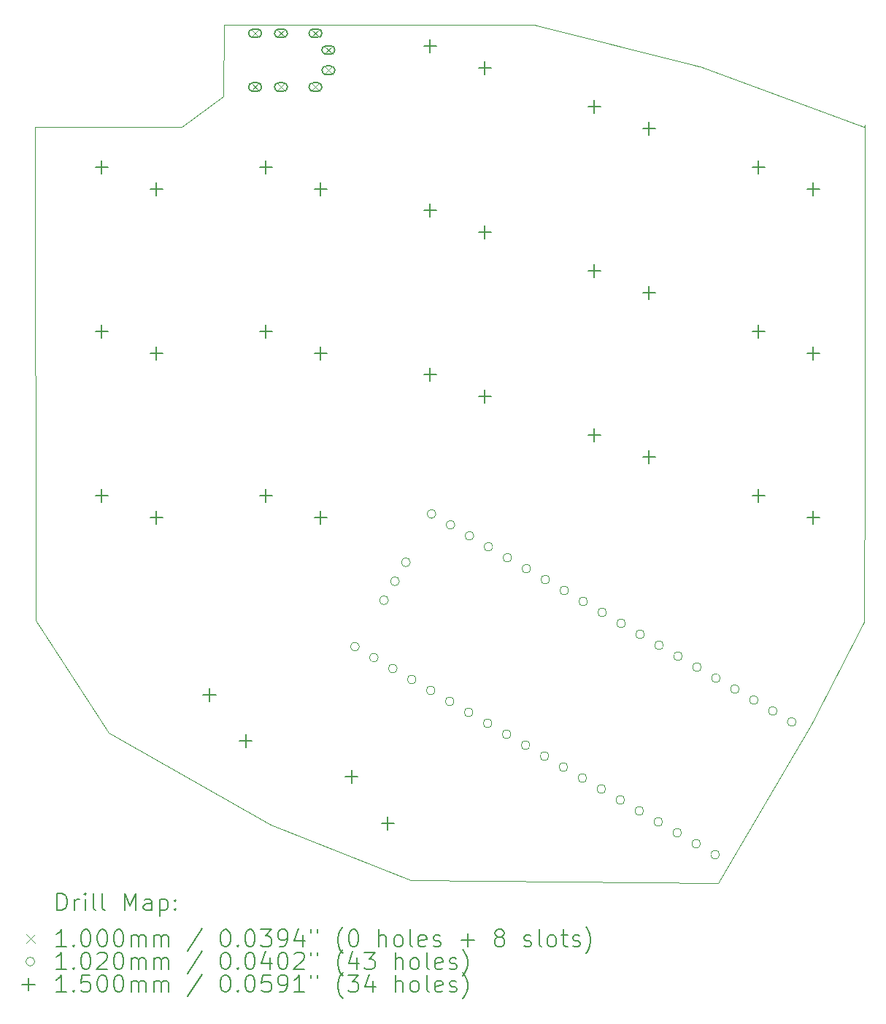
<source format=gbr>
%TF.GenerationSoftware,KiCad,Pcbnew,7.0.8-7.0.8~ubuntu22.04.1*%
%TF.CreationDate,2023-10-30T21:17:13+03:00*%
%TF.ProjectId,Keeb,4b656562-2e6b-4696-9361-645f70636258,rev?*%
%TF.SameCoordinates,Original*%
%TF.FileFunction,Drillmap*%
%TF.FilePolarity,Positive*%
%FSLAX45Y45*%
G04 Gerber Fmt 4.5, Leading zero omitted, Abs format (unit mm)*
G04 Created by KiCad (PCBNEW 7.0.8-7.0.8~ubuntu22.04.1) date 2023-10-30 21:17:13*
%MOMM*%
%LPD*%
G01*
G04 APERTURE LIST*
%ADD10C,0.050000*%
%ADD11C,0.200000*%
%ADD12C,0.100000*%
%ADD13C,0.102000*%
%ADD14C,0.150000*%
G04 APERTURE END LIST*
D10*
X17893000Y-3886000D02*
X17900000Y-3886000D01*
X19800000Y-4582000D01*
X19807000Y-4563000D01*
X19810000Y-8436000D01*
X19805000Y-10328000D01*
X19190000Y-11509294D01*
X18113000Y-13360000D01*
X14544000Y-13327000D01*
X12922000Y-12678000D01*
X11043000Y-11612000D01*
X10190000Y-10309294D01*
X10183000Y-4587294D01*
X11883000Y-4587294D01*
X12365000Y-4229294D01*
X12381000Y-3398000D01*
X14076000Y-3396294D01*
X15976000Y-3396294D01*
X17893000Y-3886000D01*
D11*
D12*
X12687500Y-4071794D02*
X12787500Y-4171794D01*
X12787500Y-4071794D02*
X12687500Y-4171794D01*
D11*
X12712500Y-4171794D02*
X12762500Y-4171794D01*
X12762500Y-4171794D02*
G75*
G03*
X12762500Y-4071794I0J50000D01*
G01*
X12762500Y-4071794D02*
X12712500Y-4071794D01*
X12712500Y-4071794D02*
G75*
G03*
X12712500Y-4171794I0J-50000D01*
G01*
D12*
X12688000Y-3448000D02*
X12788000Y-3548000D01*
X12788000Y-3448000D02*
X12688000Y-3548000D01*
D11*
X12713000Y-3548000D02*
X12763000Y-3548000D01*
X12763000Y-3548000D02*
G75*
G03*
X12763000Y-3448000I0J50000D01*
G01*
X12763000Y-3448000D02*
X12713000Y-3448000D01*
X12713000Y-3448000D02*
G75*
G03*
X12713000Y-3548000I0J-50000D01*
G01*
D12*
X12987500Y-4071794D02*
X13087500Y-4171794D01*
X13087500Y-4071794D02*
X12987500Y-4171794D01*
D11*
X13012500Y-4171794D02*
X13062500Y-4171794D01*
X13062500Y-4171794D02*
G75*
G03*
X13062500Y-4071794I0J50000D01*
G01*
X13062500Y-4071794D02*
X13012500Y-4071794D01*
X13012500Y-4071794D02*
G75*
G03*
X13012500Y-4171794I0J-50000D01*
G01*
D12*
X12988000Y-3448000D02*
X13088000Y-3548000D01*
X13088000Y-3448000D02*
X12988000Y-3548000D01*
D11*
X13013000Y-3548000D02*
X13063000Y-3548000D01*
X13063000Y-3548000D02*
G75*
G03*
X13063000Y-3448000I0J50000D01*
G01*
X13063000Y-3448000D02*
X13013000Y-3448000D01*
X13013000Y-3448000D02*
G75*
G03*
X13013000Y-3548000I0J-50000D01*
G01*
D12*
X13387500Y-4071794D02*
X13487500Y-4171794D01*
X13487500Y-4071794D02*
X13387500Y-4171794D01*
D11*
X13412500Y-4171794D02*
X13462500Y-4171794D01*
X13462500Y-4171794D02*
G75*
G03*
X13462500Y-4071794I0J50000D01*
G01*
X13462500Y-4071794D02*
X13412500Y-4071794D01*
X13412500Y-4071794D02*
G75*
G03*
X13412500Y-4171794I0J-50000D01*
G01*
D12*
X13388000Y-3448000D02*
X13488000Y-3548000D01*
X13488000Y-3448000D02*
X13388000Y-3548000D01*
D11*
X13413000Y-3548000D02*
X13463000Y-3548000D01*
X13463000Y-3548000D02*
G75*
G03*
X13463000Y-3448000I0J50000D01*
G01*
X13463000Y-3448000D02*
X13413000Y-3448000D01*
X13413000Y-3448000D02*
G75*
G03*
X13413000Y-3548000I0J-50000D01*
G01*
D12*
X13537500Y-3641794D02*
X13637500Y-3741794D01*
X13637500Y-3641794D02*
X13537500Y-3741794D01*
D11*
X13562500Y-3741794D02*
X13612500Y-3741794D01*
X13612500Y-3741794D02*
G75*
G03*
X13612500Y-3641794I0J50000D01*
G01*
X13612500Y-3641794D02*
X13562500Y-3641794D01*
X13562500Y-3641794D02*
G75*
G03*
X13562500Y-3741794I0J-50000D01*
G01*
D12*
X13538000Y-3878000D02*
X13638000Y-3978000D01*
X13638000Y-3878000D02*
X13538000Y-3978000D01*
D11*
X13563000Y-3978000D02*
X13613000Y-3978000D01*
X13613000Y-3978000D02*
G75*
G03*
X13613000Y-3878000I0J50000D01*
G01*
X13613000Y-3878000D02*
X13563000Y-3878000D01*
X13563000Y-3878000D02*
G75*
G03*
X13563000Y-3978000I0J-50000D01*
G01*
D13*
X13945781Y-10613397D02*
G75*
G03*
X13945781Y-10613397I-51000J0D01*
G01*
X14165751Y-10740397D02*
G75*
G03*
X14165751Y-10740397I-51000J0D01*
G01*
X14283199Y-10074971D02*
G75*
G03*
X14283199Y-10074971I-51000J0D01*
G01*
X14385722Y-10867397D02*
G75*
G03*
X14385722Y-10867397I-51000J0D01*
G01*
X14410199Y-9855000D02*
G75*
G03*
X14410199Y-9855000I-51000J0D01*
G01*
X14537199Y-9635030D02*
G75*
G03*
X14537199Y-9635030I-51000J0D01*
G01*
X14605692Y-10994397D02*
G75*
G03*
X14605692Y-10994397I-51000J0D01*
G01*
X14825662Y-11121397D02*
G75*
G03*
X14825662Y-11121397I-51000J0D01*
G01*
X14834781Y-9073603D02*
G75*
G03*
X14834781Y-9073603I-51000J0D01*
G01*
X15045633Y-11248397D02*
G75*
G03*
X15045633Y-11248397I-51000J0D01*
G01*
X15054751Y-9200603D02*
G75*
G03*
X15054751Y-9200603I-51000J0D01*
G01*
X15265603Y-11375397D02*
G75*
G03*
X15265603Y-11375397I-51000J0D01*
G01*
X15274722Y-9327603D02*
G75*
G03*
X15274722Y-9327603I-51000J0D01*
G01*
X15485574Y-11502397D02*
G75*
G03*
X15485574Y-11502397I-51000J0D01*
G01*
X15494692Y-9454603D02*
G75*
G03*
X15494692Y-9454603I-51000J0D01*
G01*
X15705544Y-11629397D02*
G75*
G03*
X15705544Y-11629397I-51000J0D01*
G01*
X15714662Y-9581603D02*
G75*
G03*
X15714662Y-9581603I-51000J0D01*
G01*
X15925515Y-11756397D02*
G75*
G03*
X15925515Y-11756397I-51000J0D01*
G01*
X15934633Y-9708603D02*
G75*
G03*
X15934633Y-9708603I-51000J0D01*
G01*
X16145485Y-11883397D02*
G75*
G03*
X16145485Y-11883397I-51000J0D01*
G01*
X16154603Y-9835603D02*
G75*
G03*
X16154603Y-9835603I-51000J0D01*
G01*
X16365456Y-12010397D02*
G75*
G03*
X16365456Y-12010397I-51000J0D01*
G01*
X16374574Y-9962603D02*
G75*
G03*
X16374574Y-9962603I-51000J0D01*
G01*
X16585426Y-12137397D02*
G75*
G03*
X16585426Y-12137397I-51000J0D01*
G01*
X16594544Y-10089603D02*
G75*
G03*
X16594544Y-10089603I-51000J0D01*
G01*
X16805397Y-12264397D02*
G75*
G03*
X16805397Y-12264397I-51000J0D01*
G01*
X16814515Y-10216603D02*
G75*
G03*
X16814515Y-10216603I-51000J0D01*
G01*
X17025367Y-12391397D02*
G75*
G03*
X17025367Y-12391397I-51000J0D01*
G01*
X17034485Y-10343603D02*
G75*
G03*
X17034485Y-10343603I-51000J0D01*
G01*
X17245338Y-12518397D02*
G75*
G03*
X17245338Y-12518397I-51000J0D01*
G01*
X17254456Y-10470603D02*
G75*
G03*
X17254456Y-10470603I-51000J0D01*
G01*
X17465308Y-12645397D02*
G75*
G03*
X17465308Y-12645397I-51000J0D01*
G01*
X17474426Y-10597603D02*
G75*
G03*
X17474426Y-10597603I-51000J0D01*
G01*
X17685278Y-12772397D02*
G75*
G03*
X17685278Y-12772397I-51000J0D01*
G01*
X17694397Y-10724603D02*
G75*
G03*
X17694397Y-10724603I-51000J0D01*
G01*
X17905249Y-12899397D02*
G75*
G03*
X17905249Y-12899397I-51000J0D01*
G01*
X17914367Y-10851603D02*
G75*
G03*
X17914367Y-10851603I-51000J0D01*
G01*
X18125219Y-13026397D02*
G75*
G03*
X18125219Y-13026397I-51000J0D01*
G01*
X18134338Y-10978603D02*
G75*
G03*
X18134338Y-10978603I-51000J0D01*
G01*
X18354308Y-11105603D02*
G75*
G03*
X18354308Y-11105603I-51000J0D01*
G01*
X18574278Y-11232603D02*
G75*
G03*
X18574278Y-11232603I-51000J0D01*
G01*
X18794249Y-11359603D02*
G75*
G03*
X18794249Y-11359603I-51000J0D01*
G01*
X19014219Y-11486603D02*
G75*
G03*
X19014219Y-11486603I-51000J0D01*
G01*
D14*
X10958500Y-4978794D02*
X10958500Y-5128794D01*
X10883500Y-5053794D02*
X11033500Y-5053794D01*
X10958500Y-6883794D02*
X10958500Y-7033794D01*
X10883500Y-6958794D02*
X11033500Y-6958794D01*
X10958500Y-8788794D02*
X10958500Y-8938794D01*
X10883500Y-8863794D02*
X11033500Y-8863794D01*
X11593500Y-5232794D02*
X11593500Y-5382794D01*
X11518500Y-5307794D02*
X11668500Y-5307794D01*
X11593500Y-7137794D02*
X11593500Y-7287794D01*
X11518500Y-7212794D02*
X11668500Y-7212794D01*
X11593500Y-9042794D02*
X11593500Y-9192794D01*
X11518500Y-9117794D02*
X11668500Y-9117794D01*
X12205487Y-11096310D02*
X12205487Y-11246310D01*
X12130487Y-11171310D02*
X12280487Y-11171310D01*
X12628413Y-11633781D02*
X12628413Y-11783781D01*
X12553413Y-11708781D02*
X12703413Y-11708781D01*
X12863500Y-4978794D02*
X12863500Y-5128794D01*
X12788500Y-5053794D02*
X12938500Y-5053794D01*
X12863500Y-6883794D02*
X12863500Y-7033794D01*
X12788500Y-6958794D02*
X12938500Y-6958794D01*
X12863500Y-8788794D02*
X12863500Y-8938794D01*
X12788500Y-8863794D02*
X12938500Y-8863794D01*
X13498500Y-5232794D02*
X13498500Y-5382794D01*
X13423500Y-5307794D02*
X13573500Y-5307794D01*
X13498500Y-7137794D02*
X13498500Y-7287794D01*
X13423500Y-7212794D02*
X13573500Y-7212794D01*
X13498500Y-9042794D02*
X13498500Y-9192794D01*
X13423500Y-9117794D02*
X13573500Y-9117794D01*
X13855265Y-12048810D02*
X13855265Y-12198810D01*
X13780265Y-12123810D02*
X13930265Y-12123810D01*
X14278191Y-12586281D02*
X14278191Y-12736281D01*
X14203191Y-12661281D02*
X14353191Y-12661281D01*
X14768500Y-3568794D02*
X14768500Y-3718794D01*
X14693500Y-3643794D02*
X14843500Y-3643794D01*
X14768500Y-5473794D02*
X14768500Y-5623794D01*
X14693500Y-5548794D02*
X14843500Y-5548794D01*
X14768500Y-7378794D02*
X14768500Y-7528794D01*
X14693500Y-7453794D02*
X14843500Y-7453794D01*
X15403500Y-3822794D02*
X15403500Y-3972794D01*
X15328500Y-3897794D02*
X15478500Y-3897794D01*
X15403500Y-5727794D02*
X15403500Y-5877794D01*
X15328500Y-5802794D02*
X15478500Y-5802794D01*
X15403500Y-7632794D02*
X15403500Y-7782794D01*
X15328500Y-7707794D02*
X15478500Y-7707794D01*
X16673500Y-4273794D02*
X16673500Y-4423794D01*
X16598500Y-4348794D02*
X16748500Y-4348794D01*
X16673500Y-6178794D02*
X16673500Y-6328794D01*
X16598500Y-6253794D02*
X16748500Y-6253794D01*
X16673500Y-8083794D02*
X16673500Y-8233794D01*
X16598500Y-8158794D02*
X16748500Y-8158794D01*
X17308500Y-4527794D02*
X17308500Y-4677794D01*
X17233500Y-4602794D02*
X17383500Y-4602794D01*
X17308500Y-6432794D02*
X17308500Y-6582794D01*
X17233500Y-6507794D02*
X17383500Y-6507794D01*
X17308500Y-8337794D02*
X17308500Y-8487794D01*
X17233500Y-8412794D02*
X17383500Y-8412794D01*
X18578500Y-4978794D02*
X18578500Y-5128794D01*
X18503500Y-5053794D02*
X18653500Y-5053794D01*
X18578500Y-6883794D02*
X18578500Y-7033794D01*
X18503500Y-6958794D02*
X18653500Y-6958794D01*
X18578500Y-8788794D02*
X18578500Y-8938794D01*
X18503500Y-8863794D02*
X18653500Y-8863794D01*
X19213500Y-5232794D02*
X19213500Y-5382794D01*
X19138500Y-5307794D02*
X19288500Y-5307794D01*
X19213500Y-7137794D02*
X19213500Y-7287794D01*
X19138500Y-7212794D02*
X19288500Y-7212794D01*
X19213500Y-9042794D02*
X19213500Y-9192794D01*
X19138500Y-9117794D02*
X19288500Y-9117794D01*
D11*
X10441277Y-13673984D02*
X10441277Y-13473984D01*
X10441277Y-13473984D02*
X10488896Y-13473984D01*
X10488896Y-13473984D02*
X10517467Y-13483508D01*
X10517467Y-13483508D02*
X10536515Y-13502555D01*
X10536515Y-13502555D02*
X10546039Y-13521603D01*
X10546039Y-13521603D02*
X10555563Y-13559698D01*
X10555563Y-13559698D02*
X10555563Y-13588269D01*
X10555563Y-13588269D02*
X10546039Y-13626365D01*
X10546039Y-13626365D02*
X10536515Y-13645412D01*
X10536515Y-13645412D02*
X10517467Y-13664460D01*
X10517467Y-13664460D02*
X10488896Y-13673984D01*
X10488896Y-13673984D02*
X10441277Y-13673984D01*
X10641277Y-13673984D02*
X10641277Y-13540650D01*
X10641277Y-13578746D02*
X10650801Y-13559698D01*
X10650801Y-13559698D02*
X10660324Y-13550174D01*
X10660324Y-13550174D02*
X10679372Y-13540650D01*
X10679372Y-13540650D02*
X10698420Y-13540650D01*
X10765086Y-13673984D02*
X10765086Y-13540650D01*
X10765086Y-13473984D02*
X10755563Y-13483508D01*
X10755563Y-13483508D02*
X10765086Y-13493031D01*
X10765086Y-13493031D02*
X10774610Y-13483508D01*
X10774610Y-13483508D02*
X10765086Y-13473984D01*
X10765086Y-13473984D02*
X10765086Y-13493031D01*
X10888896Y-13673984D02*
X10869848Y-13664460D01*
X10869848Y-13664460D02*
X10860324Y-13645412D01*
X10860324Y-13645412D02*
X10860324Y-13473984D01*
X10993658Y-13673984D02*
X10974610Y-13664460D01*
X10974610Y-13664460D02*
X10965086Y-13645412D01*
X10965086Y-13645412D02*
X10965086Y-13473984D01*
X11222229Y-13673984D02*
X11222229Y-13473984D01*
X11222229Y-13473984D02*
X11288896Y-13616841D01*
X11288896Y-13616841D02*
X11355562Y-13473984D01*
X11355562Y-13473984D02*
X11355562Y-13673984D01*
X11536515Y-13673984D02*
X11536515Y-13569222D01*
X11536515Y-13569222D02*
X11526991Y-13550174D01*
X11526991Y-13550174D02*
X11507943Y-13540650D01*
X11507943Y-13540650D02*
X11469848Y-13540650D01*
X11469848Y-13540650D02*
X11450801Y-13550174D01*
X11536515Y-13664460D02*
X11517467Y-13673984D01*
X11517467Y-13673984D02*
X11469848Y-13673984D01*
X11469848Y-13673984D02*
X11450801Y-13664460D01*
X11450801Y-13664460D02*
X11441277Y-13645412D01*
X11441277Y-13645412D02*
X11441277Y-13626365D01*
X11441277Y-13626365D02*
X11450801Y-13607317D01*
X11450801Y-13607317D02*
X11469848Y-13597793D01*
X11469848Y-13597793D02*
X11517467Y-13597793D01*
X11517467Y-13597793D02*
X11536515Y-13588269D01*
X11631753Y-13540650D02*
X11631753Y-13740650D01*
X11631753Y-13550174D02*
X11650801Y-13540650D01*
X11650801Y-13540650D02*
X11688896Y-13540650D01*
X11688896Y-13540650D02*
X11707943Y-13550174D01*
X11707943Y-13550174D02*
X11717467Y-13559698D01*
X11717467Y-13559698D02*
X11726991Y-13578746D01*
X11726991Y-13578746D02*
X11726991Y-13635888D01*
X11726991Y-13635888D02*
X11717467Y-13654936D01*
X11717467Y-13654936D02*
X11707943Y-13664460D01*
X11707943Y-13664460D02*
X11688896Y-13673984D01*
X11688896Y-13673984D02*
X11650801Y-13673984D01*
X11650801Y-13673984D02*
X11631753Y-13664460D01*
X11812705Y-13654936D02*
X11822229Y-13664460D01*
X11822229Y-13664460D02*
X11812705Y-13673984D01*
X11812705Y-13673984D02*
X11803182Y-13664460D01*
X11803182Y-13664460D02*
X11812705Y-13654936D01*
X11812705Y-13654936D02*
X11812705Y-13673984D01*
X11812705Y-13550174D02*
X11822229Y-13559698D01*
X11822229Y-13559698D02*
X11812705Y-13569222D01*
X11812705Y-13569222D02*
X11803182Y-13559698D01*
X11803182Y-13559698D02*
X11812705Y-13550174D01*
X11812705Y-13550174D02*
X11812705Y-13569222D01*
D12*
X10080500Y-13952500D02*
X10180500Y-14052500D01*
X10180500Y-13952500D02*
X10080500Y-14052500D01*
D11*
X10546039Y-14093984D02*
X10431753Y-14093984D01*
X10488896Y-14093984D02*
X10488896Y-13893984D01*
X10488896Y-13893984D02*
X10469848Y-13922555D01*
X10469848Y-13922555D02*
X10450801Y-13941603D01*
X10450801Y-13941603D02*
X10431753Y-13951127D01*
X10631753Y-14074936D02*
X10641277Y-14084460D01*
X10641277Y-14084460D02*
X10631753Y-14093984D01*
X10631753Y-14093984D02*
X10622229Y-14084460D01*
X10622229Y-14084460D02*
X10631753Y-14074936D01*
X10631753Y-14074936D02*
X10631753Y-14093984D01*
X10765086Y-13893984D02*
X10784134Y-13893984D01*
X10784134Y-13893984D02*
X10803182Y-13903508D01*
X10803182Y-13903508D02*
X10812705Y-13913031D01*
X10812705Y-13913031D02*
X10822229Y-13932079D01*
X10822229Y-13932079D02*
X10831753Y-13970174D01*
X10831753Y-13970174D02*
X10831753Y-14017793D01*
X10831753Y-14017793D02*
X10822229Y-14055888D01*
X10822229Y-14055888D02*
X10812705Y-14074936D01*
X10812705Y-14074936D02*
X10803182Y-14084460D01*
X10803182Y-14084460D02*
X10784134Y-14093984D01*
X10784134Y-14093984D02*
X10765086Y-14093984D01*
X10765086Y-14093984D02*
X10746039Y-14084460D01*
X10746039Y-14084460D02*
X10736515Y-14074936D01*
X10736515Y-14074936D02*
X10726991Y-14055888D01*
X10726991Y-14055888D02*
X10717467Y-14017793D01*
X10717467Y-14017793D02*
X10717467Y-13970174D01*
X10717467Y-13970174D02*
X10726991Y-13932079D01*
X10726991Y-13932079D02*
X10736515Y-13913031D01*
X10736515Y-13913031D02*
X10746039Y-13903508D01*
X10746039Y-13903508D02*
X10765086Y-13893984D01*
X10955563Y-13893984D02*
X10974610Y-13893984D01*
X10974610Y-13893984D02*
X10993658Y-13903508D01*
X10993658Y-13903508D02*
X11003182Y-13913031D01*
X11003182Y-13913031D02*
X11012705Y-13932079D01*
X11012705Y-13932079D02*
X11022229Y-13970174D01*
X11022229Y-13970174D02*
X11022229Y-14017793D01*
X11022229Y-14017793D02*
X11012705Y-14055888D01*
X11012705Y-14055888D02*
X11003182Y-14074936D01*
X11003182Y-14074936D02*
X10993658Y-14084460D01*
X10993658Y-14084460D02*
X10974610Y-14093984D01*
X10974610Y-14093984D02*
X10955563Y-14093984D01*
X10955563Y-14093984D02*
X10936515Y-14084460D01*
X10936515Y-14084460D02*
X10926991Y-14074936D01*
X10926991Y-14074936D02*
X10917467Y-14055888D01*
X10917467Y-14055888D02*
X10907944Y-14017793D01*
X10907944Y-14017793D02*
X10907944Y-13970174D01*
X10907944Y-13970174D02*
X10917467Y-13932079D01*
X10917467Y-13932079D02*
X10926991Y-13913031D01*
X10926991Y-13913031D02*
X10936515Y-13903508D01*
X10936515Y-13903508D02*
X10955563Y-13893984D01*
X11146039Y-13893984D02*
X11165086Y-13893984D01*
X11165086Y-13893984D02*
X11184134Y-13903508D01*
X11184134Y-13903508D02*
X11193658Y-13913031D01*
X11193658Y-13913031D02*
X11203182Y-13932079D01*
X11203182Y-13932079D02*
X11212705Y-13970174D01*
X11212705Y-13970174D02*
X11212705Y-14017793D01*
X11212705Y-14017793D02*
X11203182Y-14055888D01*
X11203182Y-14055888D02*
X11193658Y-14074936D01*
X11193658Y-14074936D02*
X11184134Y-14084460D01*
X11184134Y-14084460D02*
X11165086Y-14093984D01*
X11165086Y-14093984D02*
X11146039Y-14093984D01*
X11146039Y-14093984D02*
X11126991Y-14084460D01*
X11126991Y-14084460D02*
X11117467Y-14074936D01*
X11117467Y-14074936D02*
X11107944Y-14055888D01*
X11107944Y-14055888D02*
X11098420Y-14017793D01*
X11098420Y-14017793D02*
X11098420Y-13970174D01*
X11098420Y-13970174D02*
X11107944Y-13932079D01*
X11107944Y-13932079D02*
X11117467Y-13913031D01*
X11117467Y-13913031D02*
X11126991Y-13903508D01*
X11126991Y-13903508D02*
X11146039Y-13893984D01*
X11298420Y-14093984D02*
X11298420Y-13960650D01*
X11298420Y-13979698D02*
X11307943Y-13970174D01*
X11307943Y-13970174D02*
X11326991Y-13960650D01*
X11326991Y-13960650D02*
X11355563Y-13960650D01*
X11355563Y-13960650D02*
X11374610Y-13970174D01*
X11374610Y-13970174D02*
X11384134Y-13989222D01*
X11384134Y-13989222D02*
X11384134Y-14093984D01*
X11384134Y-13989222D02*
X11393658Y-13970174D01*
X11393658Y-13970174D02*
X11412705Y-13960650D01*
X11412705Y-13960650D02*
X11441277Y-13960650D01*
X11441277Y-13960650D02*
X11460324Y-13970174D01*
X11460324Y-13970174D02*
X11469848Y-13989222D01*
X11469848Y-13989222D02*
X11469848Y-14093984D01*
X11565086Y-14093984D02*
X11565086Y-13960650D01*
X11565086Y-13979698D02*
X11574610Y-13970174D01*
X11574610Y-13970174D02*
X11593658Y-13960650D01*
X11593658Y-13960650D02*
X11622229Y-13960650D01*
X11622229Y-13960650D02*
X11641277Y-13970174D01*
X11641277Y-13970174D02*
X11650801Y-13989222D01*
X11650801Y-13989222D02*
X11650801Y-14093984D01*
X11650801Y-13989222D02*
X11660324Y-13970174D01*
X11660324Y-13970174D02*
X11679372Y-13960650D01*
X11679372Y-13960650D02*
X11707943Y-13960650D01*
X11707943Y-13960650D02*
X11726991Y-13970174D01*
X11726991Y-13970174D02*
X11736515Y-13989222D01*
X11736515Y-13989222D02*
X11736515Y-14093984D01*
X12126991Y-13884460D02*
X11955563Y-14141603D01*
X12384134Y-13893984D02*
X12403182Y-13893984D01*
X12403182Y-13893984D02*
X12422229Y-13903508D01*
X12422229Y-13903508D02*
X12431753Y-13913031D01*
X12431753Y-13913031D02*
X12441277Y-13932079D01*
X12441277Y-13932079D02*
X12450801Y-13970174D01*
X12450801Y-13970174D02*
X12450801Y-14017793D01*
X12450801Y-14017793D02*
X12441277Y-14055888D01*
X12441277Y-14055888D02*
X12431753Y-14074936D01*
X12431753Y-14074936D02*
X12422229Y-14084460D01*
X12422229Y-14084460D02*
X12403182Y-14093984D01*
X12403182Y-14093984D02*
X12384134Y-14093984D01*
X12384134Y-14093984D02*
X12365086Y-14084460D01*
X12365086Y-14084460D02*
X12355563Y-14074936D01*
X12355563Y-14074936D02*
X12346039Y-14055888D01*
X12346039Y-14055888D02*
X12336515Y-14017793D01*
X12336515Y-14017793D02*
X12336515Y-13970174D01*
X12336515Y-13970174D02*
X12346039Y-13932079D01*
X12346039Y-13932079D02*
X12355563Y-13913031D01*
X12355563Y-13913031D02*
X12365086Y-13903508D01*
X12365086Y-13903508D02*
X12384134Y-13893984D01*
X12536515Y-14074936D02*
X12546039Y-14084460D01*
X12546039Y-14084460D02*
X12536515Y-14093984D01*
X12536515Y-14093984D02*
X12526991Y-14084460D01*
X12526991Y-14084460D02*
X12536515Y-14074936D01*
X12536515Y-14074936D02*
X12536515Y-14093984D01*
X12669848Y-13893984D02*
X12688896Y-13893984D01*
X12688896Y-13893984D02*
X12707944Y-13903508D01*
X12707944Y-13903508D02*
X12717467Y-13913031D01*
X12717467Y-13913031D02*
X12726991Y-13932079D01*
X12726991Y-13932079D02*
X12736515Y-13970174D01*
X12736515Y-13970174D02*
X12736515Y-14017793D01*
X12736515Y-14017793D02*
X12726991Y-14055888D01*
X12726991Y-14055888D02*
X12717467Y-14074936D01*
X12717467Y-14074936D02*
X12707944Y-14084460D01*
X12707944Y-14084460D02*
X12688896Y-14093984D01*
X12688896Y-14093984D02*
X12669848Y-14093984D01*
X12669848Y-14093984D02*
X12650801Y-14084460D01*
X12650801Y-14084460D02*
X12641277Y-14074936D01*
X12641277Y-14074936D02*
X12631753Y-14055888D01*
X12631753Y-14055888D02*
X12622229Y-14017793D01*
X12622229Y-14017793D02*
X12622229Y-13970174D01*
X12622229Y-13970174D02*
X12631753Y-13932079D01*
X12631753Y-13932079D02*
X12641277Y-13913031D01*
X12641277Y-13913031D02*
X12650801Y-13903508D01*
X12650801Y-13903508D02*
X12669848Y-13893984D01*
X12803182Y-13893984D02*
X12926991Y-13893984D01*
X12926991Y-13893984D02*
X12860325Y-13970174D01*
X12860325Y-13970174D02*
X12888896Y-13970174D01*
X12888896Y-13970174D02*
X12907944Y-13979698D01*
X12907944Y-13979698D02*
X12917467Y-13989222D01*
X12917467Y-13989222D02*
X12926991Y-14008269D01*
X12926991Y-14008269D02*
X12926991Y-14055888D01*
X12926991Y-14055888D02*
X12917467Y-14074936D01*
X12917467Y-14074936D02*
X12907944Y-14084460D01*
X12907944Y-14084460D02*
X12888896Y-14093984D01*
X12888896Y-14093984D02*
X12831753Y-14093984D01*
X12831753Y-14093984D02*
X12812706Y-14084460D01*
X12812706Y-14084460D02*
X12803182Y-14074936D01*
X13022229Y-14093984D02*
X13060325Y-14093984D01*
X13060325Y-14093984D02*
X13079372Y-14084460D01*
X13079372Y-14084460D02*
X13088896Y-14074936D01*
X13088896Y-14074936D02*
X13107944Y-14046365D01*
X13107944Y-14046365D02*
X13117467Y-14008269D01*
X13117467Y-14008269D02*
X13117467Y-13932079D01*
X13117467Y-13932079D02*
X13107944Y-13913031D01*
X13107944Y-13913031D02*
X13098420Y-13903508D01*
X13098420Y-13903508D02*
X13079372Y-13893984D01*
X13079372Y-13893984D02*
X13041277Y-13893984D01*
X13041277Y-13893984D02*
X13022229Y-13903508D01*
X13022229Y-13903508D02*
X13012706Y-13913031D01*
X13012706Y-13913031D02*
X13003182Y-13932079D01*
X13003182Y-13932079D02*
X13003182Y-13979698D01*
X13003182Y-13979698D02*
X13012706Y-13998746D01*
X13012706Y-13998746D02*
X13022229Y-14008269D01*
X13022229Y-14008269D02*
X13041277Y-14017793D01*
X13041277Y-14017793D02*
X13079372Y-14017793D01*
X13079372Y-14017793D02*
X13098420Y-14008269D01*
X13098420Y-14008269D02*
X13107944Y-13998746D01*
X13107944Y-13998746D02*
X13117467Y-13979698D01*
X13288896Y-13960650D02*
X13288896Y-14093984D01*
X13241277Y-13884460D02*
X13193658Y-14027317D01*
X13193658Y-14027317D02*
X13317467Y-14027317D01*
X13384134Y-13893984D02*
X13384134Y-13932079D01*
X13460325Y-13893984D02*
X13460325Y-13932079D01*
X13755563Y-14170174D02*
X13746039Y-14160650D01*
X13746039Y-14160650D02*
X13726991Y-14132079D01*
X13726991Y-14132079D02*
X13717468Y-14113031D01*
X13717468Y-14113031D02*
X13707944Y-14084460D01*
X13707944Y-14084460D02*
X13698420Y-14036841D01*
X13698420Y-14036841D02*
X13698420Y-13998746D01*
X13698420Y-13998746D02*
X13707944Y-13951127D01*
X13707944Y-13951127D02*
X13717468Y-13922555D01*
X13717468Y-13922555D02*
X13726991Y-13903508D01*
X13726991Y-13903508D02*
X13746039Y-13874936D01*
X13746039Y-13874936D02*
X13755563Y-13865412D01*
X13869848Y-13893984D02*
X13888896Y-13893984D01*
X13888896Y-13893984D02*
X13907944Y-13903508D01*
X13907944Y-13903508D02*
X13917468Y-13913031D01*
X13917468Y-13913031D02*
X13926991Y-13932079D01*
X13926991Y-13932079D02*
X13936515Y-13970174D01*
X13936515Y-13970174D02*
X13936515Y-14017793D01*
X13936515Y-14017793D02*
X13926991Y-14055888D01*
X13926991Y-14055888D02*
X13917468Y-14074936D01*
X13917468Y-14074936D02*
X13907944Y-14084460D01*
X13907944Y-14084460D02*
X13888896Y-14093984D01*
X13888896Y-14093984D02*
X13869848Y-14093984D01*
X13869848Y-14093984D02*
X13850801Y-14084460D01*
X13850801Y-14084460D02*
X13841277Y-14074936D01*
X13841277Y-14074936D02*
X13831753Y-14055888D01*
X13831753Y-14055888D02*
X13822229Y-14017793D01*
X13822229Y-14017793D02*
X13822229Y-13970174D01*
X13822229Y-13970174D02*
X13831753Y-13932079D01*
X13831753Y-13932079D02*
X13841277Y-13913031D01*
X13841277Y-13913031D02*
X13850801Y-13903508D01*
X13850801Y-13903508D02*
X13869848Y-13893984D01*
X14174610Y-14093984D02*
X14174610Y-13893984D01*
X14260325Y-14093984D02*
X14260325Y-13989222D01*
X14260325Y-13989222D02*
X14250801Y-13970174D01*
X14250801Y-13970174D02*
X14231753Y-13960650D01*
X14231753Y-13960650D02*
X14203182Y-13960650D01*
X14203182Y-13960650D02*
X14184134Y-13970174D01*
X14184134Y-13970174D02*
X14174610Y-13979698D01*
X14384134Y-14093984D02*
X14365087Y-14084460D01*
X14365087Y-14084460D02*
X14355563Y-14074936D01*
X14355563Y-14074936D02*
X14346039Y-14055888D01*
X14346039Y-14055888D02*
X14346039Y-13998746D01*
X14346039Y-13998746D02*
X14355563Y-13979698D01*
X14355563Y-13979698D02*
X14365087Y-13970174D01*
X14365087Y-13970174D02*
X14384134Y-13960650D01*
X14384134Y-13960650D02*
X14412706Y-13960650D01*
X14412706Y-13960650D02*
X14431753Y-13970174D01*
X14431753Y-13970174D02*
X14441277Y-13979698D01*
X14441277Y-13979698D02*
X14450801Y-13998746D01*
X14450801Y-13998746D02*
X14450801Y-14055888D01*
X14450801Y-14055888D02*
X14441277Y-14074936D01*
X14441277Y-14074936D02*
X14431753Y-14084460D01*
X14431753Y-14084460D02*
X14412706Y-14093984D01*
X14412706Y-14093984D02*
X14384134Y-14093984D01*
X14565087Y-14093984D02*
X14546039Y-14084460D01*
X14546039Y-14084460D02*
X14536515Y-14065412D01*
X14536515Y-14065412D02*
X14536515Y-13893984D01*
X14717468Y-14084460D02*
X14698420Y-14093984D01*
X14698420Y-14093984D02*
X14660325Y-14093984D01*
X14660325Y-14093984D02*
X14641277Y-14084460D01*
X14641277Y-14084460D02*
X14631753Y-14065412D01*
X14631753Y-14065412D02*
X14631753Y-13989222D01*
X14631753Y-13989222D02*
X14641277Y-13970174D01*
X14641277Y-13970174D02*
X14660325Y-13960650D01*
X14660325Y-13960650D02*
X14698420Y-13960650D01*
X14698420Y-13960650D02*
X14717468Y-13970174D01*
X14717468Y-13970174D02*
X14726991Y-13989222D01*
X14726991Y-13989222D02*
X14726991Y-14008269D01*
X14726991Y-14008269D02*
X14631753Y-14027317D01*
X14803182Y-14084460D02*
X14822230Y-14093984D01*
X14822230Y-14093984D02*
X14860325Y-14093984D01*
X14860325Y-14093984D02*
X14879372Y-14084460D01*
X14879372Y-14084460D02*
X14888896Y-14065412D01*
X14888896Y-14065412D02*
X14888896Y-14055888D01*
X14888896Y-14055888D02*
X14879372Y-14036841D01*
X14879372Y-14036841D02*
X14860325Y-14027317D01*
X14860325Y-14027317D02*
X14831753Y-14027317D01*
X14831753Y-14027317D02*
X14812706Y-14017793D01*
X14812706Y-14017793D02*
X14803182Y-13998746D01*
X14803182Y-13998746D02*
X14803182Y-13989222D01*
X14803182Y-13989222D02*
X14812706Y-13970174D01*
X14812706Y-13970174D02*
X14831753Y-13960650D01*
X14831753Y-13960650D02*
X14860325Y-13960650D01*
X14860325Y-13960650D02*
X14879372Y-13970174D01*
X15126992Y-14017793D02*
X15279373Y-14017793D01*
X15203182Y-14093984D02*
X15203182Y-13941603D01*
X15555563Y-13979698D02*
X15536515Y-13970174D01*
X15536515Y-13970174D02*
X15526992Y-13960650D01*
X15526992Y-13960650D02*
X15517468Y-13941603D01*
X15517468Y-13941603D02*
X15517468Y-13932079D01*
X15517468Y-13932079D02*
X15526992Y-13913031D01*
X15526992Y-13913031D02*
X15536515Y-13903508D01*
X15536515Y-13903508D02*
X15555563Y-13893984D01*
X15555563Y-13893984D02*
X15593658Y-13893984D01*
X15593658Y-13893984D02*
X15612706Y-13903508D01*
X15612706Y-13903508D02*
X15622230Y-13913031D01*
X15622230Y-13913031D02*
X15631753Y-13932079D01*
X15631753Y-13932079D02*
X15631753Y-13941603D01*
X15631753Y-13941603D02*
X15622230Y-13960650D01*
X15622230Y-13960650D02*
X15612706Y-13970174D01*
X15612706Y-13970174D02*
X15593658Y-13979698D01*
X15593658Y-13979698D02*
X15555563Y-13979698D01*
X15555563Y-13979698D02*
X15536515Y-13989222D01*
X15536515Y-13989222D02*
X15526992Y-13998746D01*
X15526992Y-13998746D02*
X15517468Y-14017793D01*
X15517468Y-14017793D02*
X15517468Y-14055888D01*
X15517468Y-14055888D02*
X15526992Y-14074936D01*
X15526992Y-14074936D02*
X15536515Y-14084460D01*
X15536515Y-14084460D02*
X15555563Y-14093984D01*
X15555563Y-14093984D02*
X15593658Y-14093984D01*
X15593658Y-14093984D02*
X15612706Y-14084460D01*
X15612706Y-14084460D02*
X15622230Y-14074936D01*
X15622230Y-14074936D02*
X15631753Y-14055888D01*
X15631753Y-14055888D02*
X15631753Y-14017793D01*
X15631753Y-14017793D02*
X15622230Y-13998746D01*
X15622230Y-13998746D02*
X15612706Y-13989222D01*
X15612706Y-13989222D02*
X15593658Y-13979698D01*
X15860325Y-14084460D02*
X15879373Y-14093984D01*
X15879373Y-14093984D02*
X15917468Y-14093984D01*
X15917468Y-14093984D02*
X15936515Y-14084460D01*
X15936515Y-14084460D02*
X15946039Y-14065412D01*
X15946039Y-14065412D02*
X15946039Y-14055888D01*
X15946039Y-14055888D02*
X15936515Y-14036841D01*
X15936515Y-14036841D02*
X15917468Y-14027317D01*
X15917468Y-14027317D02*
X15888896Y-14027317D01*
X15888896Y-14027317D02*
X15869849Y-14017793D01*
X15869849Y-14017793D02*
X15860325Y-13998746D01*
X15860325Y-13998746D02*
X15860325Y-13989222D01*
X15860325Y-13989222D02*
X15869849Y-13970174D01*
X15869849Y-13970174D02*
X15888896Y-13960650D01*
X15888896Y-13960650D02*
X15917468Y-13960650D01*
X15917468Y-13960650D02*
X15936515Y-13970174D01*
X16060325Y-14093984D02*
X16041277Y-14084460D01*
X16041277Y-14084460D02*
X16031754Y-14065412D01*
X16031754Y-14065412D02*
X16031754Y-13893984D01*
X16165087Y-14093984D02*
X16146039Y-14084460D01*
X16146039Y-14084460D02*
X16136515Y-14074936D01*
X16136515Y-14074936D02*
X16126992Y-14055888D01*
X16126992Y-14055888D02*
X16126992Y-13998746D01*
X16126992Y-13998746D02*
X16136515Y-13979698D01*
X16136515Y-13979698D02*
X16146039Y-13970174D01*
X16146039Y-13970174D02*
X16165087Y-13960650D01*
X16165087Y-13960650D02*
X16193658Y-13960650D01*
X16193658Y-13960650D02*
X16212706Y-13970174D01*
X16212706Y-13970174D02*
X16222230Y-13979698D01*
X16222230Y-13979698D02*
X16231754Y-13998746D01*
X16231754Y-13998746D02*
X16231754Y-14055888D01*
X16231754Y-14055888D02*
X16222230Y-14074936D01*
X16222230Y-14074936D02*
X16212706Y-14084460D01*
X16212706Y-14084460D02*
X16193658Y-14093984D01*
X16193658Y-14093984D02*
X16165087Y-14093984D01*
X16288896Y-13960650D02*
X16365087Y-13960650D01*
X16317468Y-13893984D02*
X16317468Y-14065412D01*
X16317468Y-14065412D02*
X16326992Y-14084460D01*
X16326992Y-14084460D02*
X16346039Y-14093984D01*
X16346039Y-14093984D02*
X16365087Y-14093984D01*
X16422230Y-14084460D02*
X16441277Y-14093984D01*
X16441277Y-14093984D02*
X16479373Y-14093984D01*
X16479373Y-14093984D02*
X16498420Y-14084460D01*
X16498420Y-14084460D02*
X16507944Y-14065412D01*
X16507944Y-14065412D02*
X16507944Y-14055888D01*
X16507944Y-14055888D02*
X16498420Y-14036841D01*
X16498420Y-14036841D02*
X16479373Y-14027317D01*
X16479373Y-14027317D02*
X16450801Y-14027317D01*
X16450801Y-14027317D02*
X16431754Y-14017793D01*
X16431754Y-14017793D02*
X16422230Y-13998746D01*
X16422230Y-13998746D02*
X16422230Y-13989222D01*
X16422230Y-13989222D02*
X16431754Y-13970174D01*
X16431754Y-13970174D02*
X16450801Y-13960650D01*
X16450801Y-13960650D02*
X16479373Y-13960650D01*
X16479373Y-13960650D02*
X16498420Y-13970174D01*
X16574611Y-14170174D02*
X16584135Y-14160650D01*
X16584135Y-14160650D02*
X16603182Y-14132079D01*
X16603182Y-14132079D02*
X16612706Y-14113031D01*
X16612706Y-14113031D02*
X16622230Y-14084460D01*
X16622230Y-14084460D02*
X16631754Y-14036841D01*
X16631754Y-14036841D02*
X16631754Y-13998746D01*
X16631754Y-13998746D02*
X16622230Y-13951127D01*
X16622230Y-13951127D02*
X16612706Y-13922555D01*
X16612706Y-13922555D02*
X16603182Y-13903508D01*
X16603182Y-13903508D02*
X16584135Y-13874936D01*
X16584135Y-13874936D02*
X16574611Y-13865412D01*
D13*
X10180500Y-14266500D02*
G75*
G03*
X10180500Y-14266500I-51000J0D01*
G01*
D11*
X10546039Y-14357984D02*
X10431753Y-14357984D01*
X10488896Y-14357984D02*
X10488896Y-14157984D01*
X10488896Y-14157984D02*
X10469848Y-14186555D01*
X10469848Y-14186555D02*
X10450801Y-14205603D01*
X10450801Y-14205603D02*
X10431753Y-14215127D01*
X10631753Y-14338936D02*
X10641277Y-14348460D01*
X10641277Y-14348460D02*
X10631753Y-14357984D01*
X10631753Y-14357984D02*
X10622229Y-14348460D01*
X10622229Y-14348460D02*
X10631753Y-14338936D01*
X10631753Y-14338936D02*
X10631753Y-14357984D01*
X10765086Y-14157984D02*
X10784134Y-14157984D01*
X10784134Y-14157984D02*
X10803182Y-14167508D01*
X10803182Y-14167508D02*
X10812705Y-14177031D01*
X10812705Y-14177031D02*
X10822229Y-14196079D01*
X10822229Y-14196079D02*
X10831753Y-14234174D01*
X10831753Y-14234174D02*
X10831753Y-14281793D01*
X10831753Y-14281793D02*
X10822229Y-14319888D01*
X10822229Y-14319888D02*
X10812705Y-14338936D01*
X10812705Y-14338936D02*
X10803182Y-14348460D01*
X10803182Y-14348460D02*
X10784134Y-14357984D01*
X10784134Y-14357984D02*
X10765086Y-14357984D01*
X10765086Y-14357984D02*
X10746039Y-14348460D01*
X10746039Y-14348460D02*
X10736515Y-14338936D01*
X10736515Y-14338936D02*
X10726991Y-14319888D01*
X10726991Y-14319888D02*
X10717467Y-14281793D01*
X10717467Y-14281793D02*
X10717467Y-14234174D01*
X10717467Y-14234174D02*
X10726991Y-14196079D01*
X10726991Y-14196079D02*
X10736515Y-14177031D01*
X10736515Y-14177031D02*
X10746039Y-14167508D01*
X10746039Y-14167508D02*
X10765086Y-14157984D01*
X10907944Y-14177031D02*
X10917467Y-14167508D01*
X10917467Y-14167508D02*
X10936515Y-14157984D01*
X10936515Y-14157984D02*
X10984134Y-14157984D01*
X10984134Y-14157984D02*
X11003182Y-14167508D01*
X11003182Y-14167508D02*
X11012705Y-14177031D01*
X11012705Y-14177031D02*
X11022229Y-14196079D01*
X11022229Y-14196079D02*
X11022229Y-14215127D01*
X11022229Y-14215127D02*
X11012705Y-14243698D01*
X11012705Y-14243698D02*
X10898420Y-14357984D01*
X10898420Y-14357984D02*
X11022229Y-14357984D01*
X11146039Y-14157984D02*
X11165086Y-14157984D01*
X11165086Y-14157984D02*
X11184134Y-14167508D01*
X11184134Y-14167508D02*
X11193658Y-14177031D01*
X11193658Y-14177031D02*
X11203182Y-14196079D01*
X11203182Y-14196079D02*
X11212705Y-14234174D01*
X11212705Y-14234174D02*
X11212705Y-14281793D01*
X11212705Y-14281793D02*
X11203182Y-14319888D01*
X11203182Y-14319888D02*
X11193658Y-14338936D01*
X11193658Y-14338936D02*
X11184134Y-14348460D01*
X11184134Y-14348460D02*
X11165086Y-14357984D01*
X11165086Y-14357984D02*
X11146039Y-14357984D01*
X11146039Y-14357984D02*
X11126991Y-14348460D01*
X11126991Y-14348460D02*
X11117467Y-14338936D01*
X11117467Y-14338936D02*
X11107944Y-14319888D01*
X11107944Y-14319888D02*
X11098420Y-14281793D01*
X11098420Y-14281793D02*
X11098420Y-14234174D01*
X11098420Y-14234174D02*
X11107944Y-14196079D01*
X11107944Y-14196079D02*
X11117467Y-14177031D01*
X11117467Y-14177031D02*
X11126991Y-14167508D01*
X11126991Y-14167508D02*
X11146039Y-14157984D01*
X11298420Y-14357984D02*
X11298420Y-14224650D01*
X11298420Y-14243698D02*
X11307943Y-14234174D01*
X11307943Y-14234174D02*
X11326991Y-14224650D01*
X11326991Y-14224650D02*
X11355563Y-14224650D01*
X11355563Y-14224650D02*
X11374610Y-14234174D01*
X11374610Y-14234174D02*
X11384134Y-14253222D01*
X11384134Y-14253222D02*
X11384134Y-14357984D01*
X11384134Y-14253222D02*
X11393658Y-14234174D01*
X11393658Y-14234174D02*
X11412705Y-14224650D01*
X11412705Y-14224650D02*
X11441277Y-14224650D01*
X11441277Y-14224650D02*
X11460324Y-14234174D01*
X11460324Y-14234174D02*
X11469848Y-14253222D01*
X11469848Y-14253222D02*
X11469848Y-14357984D01*
X11565086Y-14357984D02*
X11565086Y-14224650D01*
X11565086Y-14243698D02*
X11574610Y-14234174D01*
X11574610Y-14234174D02*
X11593658Y-14224650D01*
X11593658Y-14224650D02*
X11622229Y-14224650D01*
X11622229Y-14224650D02*
X11641277Y-14234174D01*
X11641277Y-14234174D02*
X11650801Y-14253222D01*
X11650801Y-14253222D02*
X11650801Y-14357984D01*
X11650801Y-14253222D02*
X11660324Y-14234174D01*
X11660324Y-14234174D02*
X11679372Y-14224650D01*
X11679372Y-14224650D02*
X11707943Y-14224650D01*
X11707943Y-14224650D02*
X11726991Y-14234174D01*
X11726991Y-14234174D02*
X11736515Y-14253222D01*
X11736515Y-14253222D02*
X11736515Y-14357984D01*
X12126991Y-14148460D02*
X11955563Y-14405603D01*
X12384134Y-14157984D02*
X12403182Y-14157984D01*
X12403182Y-14157984D02*
X12422229Y-14167508D01*
X12422229Y-14167508D02*
X12431753Y-14177031D01*
X12431753Y-14177031D02*
X12441277Y-14196079D01*
X12441277Y-14196079D02*
X12450801Y-14234174D01*
X12450801Y-14234174D02*
X12450801Y-14281793D01*
X12450801Y-14281793D02*
X12441277Y-14319888D01*
X12441277Y-14319888D02*
X12431753Y-14338936D01*
X12431753Y-14338936D02*
X12422229Y-14348460D01*
X12422229Y-14348460D02*
X12403182Y-14357984D01*
X12403182Y-14357984D02*
X12384134Y-14357984D01*
X12384134Y-14357984D02*
X12365086Y-14348460D01*
X12365086Y-14348460D02*
X12355563Y-14338936D01*
X12355563Y-14338936D02*
X12346039Y-14319888D01*
X12346039Y-14319888D02*
X12336515Y-14281793D01*
X12336515Y-14281793D02*
X12336515Y-14234174D01*
X12336515Y-14234174D02*
X12346039Y-14196079D01*
X12346039Y-14196079D02*
X12355563Y-14177031D01*
X12355563Y-14177031D02*
X12365086Y-14167508D01*
X12365086Y-14167508D02*
X12384134Y-14157984D01*
X12536515Y-14338936D02*
X12546039Y-14348460D01*
X12546039Y-14348460D02*
X12536515Y-14357984D01*
X12536515Y-14357984D02*
X12526991Y-14348460D01*
X12526991Y-14348460D02*
X12536515Y-14338936D01*
X12536515Y-14338936D02*
X12536515Y-14357984D01*
X12669848Y-14157984D02*
X12688896Y-14157984D01*
X12688896Y-14157984D02*
X12707944Y-14167508D01*
X12707944Y-14167508D02*
X12717467Y-14177031D01*
X12717467Y-14177031D02*
X12726991Y-14196079D01*
X12726991Y-14196079D02*
X12736515Y-14234174D01*
X12736515Y-14234174D02*
X12736515Y-14281793D01*
X12736515Y-14281793D02*
X12726991Y-14319888D01*
X12726991Y-14319888D02*
X12717467Y-14338936D01*
X12717467Y-14338936D02*
X12707944Y-14348460D01*
X12707944Y-14348460D02*
X12688896Y-14357984D01*
X12688896Y-14357984D02*
X12669848Y-14357984D01*
X12669848Y-14357984D02*
X12650801Y-14348460D01*
X12650801Y-14348460D02*
X12641277Y-14338936D01*
X12641277Y-14338936D02*
X12631753Y-14319888D01*
X12631753Y-14319888D02*
X12622229Y-14281793D01*
X12622229Y-14281793D02*
X12622229Y-14234174D01*
X12622229Y-14234174D02*
X12631753Y-14196079D01*
X12631753Y-14196079D02*
X12641277Y-14177031D01*
X12641277Y-14177031D02*
X12650801Y-14167508D01*
X12650801Y-14167508D02*
X12669848Y-14157984D01*
X12907944Y-14224650D02*
X12907944Y-14357984D01*
X12860325Y-14148460D02*
X12812706Y-14291317D01*
X12812706Y-14291317D02*
X12936515Y-14291317D01*
X13050801Y-14157984D02*
X13069848Y-14157984D01*
X13069848Y-14157984D02*
X13088896Y-14167508D01*
X13088896Y-14167508D02*
X13098420Y-14177031D01*
X13098420Y-14177031D02*
X13107944Y-14196079D01*
X13107944Y-14196079D02*
X13117467Y-14234174D01*
X13117467Y-14234174D02*
X13117467Y-14281793D01*
X13117467Y-14281793D02*
X13107944Y-14319888D01*
X13107944Y-14319888D02*
X13098420Y-14338936D01*
X13098420Y-14338936D02*
X13088896Y-14348460D01*
X13088896Y-14348460D02*
X13069848Y-14357984D01*
X13069848Y-14357984D02*
X13050801Y-14357984D01*
X13050801Y-14357984D02*
X13031753Y-14348460D01*
X13031753Y-14348460D02*
X13022229Y-14338936D01*
X13022229Y-14338936D02*
X13012706Y-14319888D01*
X13012706Y-14319888D02*
X13003182Y-14281793D01*
X13003182Y-14281793D02*
X13003182Y-14234174D01*
X13003182Y-14234174D02*
X13012706Y-14196079D01*
X13012706Y-14196079D02*
X13022229Y-14177031D01*
X13022229Y-14177031D02*
X13031753Y-14167508D01*
X13031753Y-14167508D02*
X13050801Y-14157984D01*
X13193658Y-14177031D02*
X13203182Y-14167508D01*
X13203182Y-14167508D02*
X13222229Y-14157984D01*
X13222229Y-14157984D02*
X13269848Y-14157984D01*
X13269848Y-14157984D02*
X13288896Y-14167508D01*
X13288896Y-14167508D02*
X13298420Y-14177031D01*
X13298420Y-14177031D02*
X13307944Y-14196079D01*
X13307944Y-14196079D02*
X13307944Y-14215127D01*
X13307944Y-14215127D02*
X13298420Y-14243698D01*
X13298420Y-14243698D02*
X13184134Y-14357984D01*
X13184134Y-14357984D02*
X13307944Y-14357984D01*
X13384134Y-14157984D02*
X13384134Y-14196079D01*
X13460325Y-14157984D02*
X13460325Y-14196079D01*
X13755563Y-14434174D02*
X13746039Y-14424650D01*
X13746039Y-14424650D02*
X13726991Y-14396079D01*
X13726991Y-14396079D02*
X13717468Y-14377031D01*
X13717468Y-14377031D02*
X13707944Y-14348460D01*
X13707944Y-14348460D02*
X13698420Y-14300841D01*
X13698420Y-14300841D02*
X13698420Y-14262746D01*
X13698420Y-14262746D02*
X13707944Y-14215127D01*
X13707944Y-14215127D02*
X13717468Y-14186555D01*
X13717468Y-14186555D02*
X13726991Y-14167508D01*
X13726991Y-14167508D02*
X13746039Y-14138936D01*
X13746039Y-14138936D02*
X13755563Y-14129412D01*
X13917468Y-14224650D02*
X13917468Y-14357984D01*
X13869848Y-14148460D02*
X13822229Y-14291317D01*
X13822229Y-14291317D02*
X13946039Y-14291317D01*
X14003182Y-14157984D02*
X14126991Y-14157984D01*
X14126991Y-14157984D02*
X14060325Y-14234174D01*
X14060325Y-14234174D02*
X14088896Y-14234174D01*
X14088896Y-14234174D02*
X14107944Y-14243698D01*
X14107944Y-14243698D02*
X14117468Y-14253222D01*
X14117468Y-14253222D02*
X14126991Y-14272269D01*
X14126991Y-14272269D02*
X14126991Y-14319888D01*
X14126991Y-14319888D02*
X14117468Y-14338936D01*
X14117468Y-14338936D02*
X14107944Y-14348460D01*
X14107944Y-14348460D02*
X14088896Y-14357984D01*
X14088896Y-14357984D02*
X14031753Y-14357984D01*
X14031753Y-14357984D02*
X14012706Y-14348460D01*
X14012706Y-14348460D02*
X14003182Y-14338936D01*
X14365087Y-14357984D02*
X14365087Y-14157984D01*
X14450801Y-14357984D02*
X14450801Y-14253222D01*
X14450801Y-14253222D02*
X14441277Y-14234174D01*
X14441277Y-14234174D02*
X14422230Y-14224650D01*
X14422230Y-14224650D02*
X14393658Y-14224650D01*
X14393658Y-14224650D02*
X14374610Y-14234174D01*
X14374610Y-14234174D02*
X14365087Y-14243698D01*
X14574610Y-14357984D02*
X14555563Y-14348460D01*
X14555563Y-14348460D02*
X14546039Y-14338936D01*
X14546039Y-14338936D02*
X14536515Y-14319888D01*
X14536515Y-14319888D02*
X14536515Y-14262746D01*
X14536515Y-14262746D02*
X14546039Y-14243698D01*
X14546039Y-14243698D02*
X14555563Y-14234174D01*
X14555563Y-14234174D02*
X14574610Y-14224650D01*
X14574610Y-14224650D02*
X14603182Y-14224650D01*
X14603182Y-14224650D02*
X14622230Y-14234174D01*
X14622230Y-14234174D02*
X14631753Y-14243698D01*
X14631753Y-14243698D02*
X14641277Y-14262746D01*
X14641277Y-14262746D02*
X14641277Y-14319888D01*
X14641277Y-14319888D02*
X14631753Y-14338936D01*
X14631753Y-14338936D02*
X14622230Y-14348460D01*
X14622230Y-14348460D02*
X14603182Y-14357984D01*
X14603182Y-14357984D02*
X14574610Y-14357984D01*
X14755563Y-14357984D02*
X14736515Y-14348460D01*
X14736515Y-14348460D02*
X14726991Y-14329412D01*
X14726991Y-14329412D02*
X14726991Y-14157984D01*
X14907944Y-14348460D02*
X14888896Y-14357984D01*
X14888896Y-14357984D02*
X14850801Y-14357984D01*
X14850801Y-14357984D02*
X14831753Y-14348460D01*
X14831753Y-14348460D02*
X14822230Y-14329412D01*
X14822230Y-14329412D02*
X14822230Y-14253222D01*
X14822230Y-14253222D02*
X14831753Y-14234174D01*
X14831753Y-14234174D02*
X14850801Y-14224650D01*
X14850801Y-14224650D02*
X14888896Y-14224650D01*
X14888896Y-14224650D02*
X14907944Y-14234174D01*
X14907944Y-14234174D02*
X14917468Y-14253222D01*
X14917468Y-14253222D02*
X14917468Y-14272269D01*
X14917468Y-14272269D02*
X14822230Y-14291317D01*
X14993658Y-14348460D02*
X15012706Y-14357984D01*
X15012706Y-14357984D02*
X15050801Y-14357984D01*
X15050801Y-14357984D02*
X15069849Y-14348460D01*
X15069849Y-14348460D02*
X15079372Y-14329412D01*
X15079372Y-14329412D02*
X15079372Y-14319888D01*
X15079372Y-14319888D02*
X15069849Y-14300841D01*
X15069849Y-14300841D02*
X15050801Y-14291317D01*
X15050801Y-14291317D02*
X15022230Y-14291317D01*
X15022230Y-14291317D02*
X15003182Y-14281793D01*
X15003182Y-14281793D02*
X14993658Y-14262746D01*
X14993658Y-14262746D02*
X14993658Y-14253222D01*
X14993658Y-14253222D02*
X15003182Y-14234174D01*
X15003182Y-14234174D02*
X15022230Y-14224650D01*
X15022230Y-14224650D02*
X15050801Y-14224650D01*
X15050801Y-14224650D02*
X15069849Y-14234174D01*
X15146039Y-14434174D02*
X15155563Y-14424650D01*
X15155563Y-14424650D02*
X15174611Y-14396079D01*
X15174611Y-14396079D02*
X15184134Y-14377031D01*
X15184134Y-14377031D02*
X15193658Y-14348460D01*
X15193658Y-14348460D02*
X15203182Y-14300841D01*
X15203182Y-14300841D02*
X15203182Y-14262746D01*
X15203182Y-14262746D02*
X15193658Y-14215127D01*
X15193658Y-14215127D02*
X15184134Y-14186555D01*
X15184134Y-14186555D02*
X15174611Y-14167508D01*
X15174611Y-14167508D02*
X15155563Y-14138936D01*
X15155563Y-14138936D02*
X15146039Y-14129412D01*
D14*
X10105500Y-14455500D02*
X10105500Y-14605500D01*
X10030500Y-14530500D02*
X10180500Y-14530500D01*
D11*
X10546039Y-14621984D02*
X10431753Y-14621984D01*
X10488896Y-14621984D02*
X10488896Y-14421984D01*
X10488896Y-14421984D02*
X10469848Y-14450555D01*
X10469848Y-14450555D02*
X10450801Y-14469603D01*
X10450801Y-14469603D02*
X10431753Y-14479127D01*
X10631753Y-14602936D02*
X10641277Y-14612460D01*
X10641277Y-14612460D02*
X10631753Y-14621984D01*
X10631753Y-14621984D02*
X10622229Y-14612460D01*
X10622229Y-14612460D02*
X10631753Y-14602936D01*
X10631753Y-14602936D02*
X10631753Y-14621984D01*
X10822229Y-14421984D02*
X10726991Y-14421984D01*
X10726991Y-14421984D02*
X10717467Y-14517222D01*
X10717467Y-14517222D02*
X10726991Y-14507698D01*
X10726991Y-14507698D02*
X10746039Y-14498174D01*
X10746039Y-14498174D02*
X10793658Y-14498174D01*
X10793658Y-14498174D02*
X10812705Y-14507698D01*
X10812705Y-14507698D02*
X10822229Y-14517222D01*
X10822229Y-14517222D02*
X10831753Y-14536269D01*
X10831753Y-14536269D02*
X10831753Y-14583888D01*
X10831753Y-14583888D02*
X10822229Y-14602936D01*
X10822229Y-14602936D02*
X10812705Y-14612460D01*
X10812705Y-14612460D02*
X10793658Y-14621984D01*
X10793658Y-14621984D02*
X10746039Y-14621984D01*
X10746039Y-14621984D02*
X10726991Y-14612460D01*
X10726991Y-14612460D02*
X10717467Y-14602936D01*
X10955563Y-14421984D02*
X10974610Y-14421984D01*
X10974610Y-14421984D02*
X10993658Y-14431508D01*
X10993658Y-14431508D02*
X11003182Y-14441031D01*
X11003182Y-14441031D02*
X11012705Y-14460079D01*
X11012705Y-14460079D02*
X11022229Y-14498174D01*
X11022229Y-14498174D02*
X11022229Y-14545793D01*
X11022229Y-14545793D02*
X11012705Y-14583888D01*
X11012705Y-14583888D02*
X11003182Y-14602936D01*
X11003182Y-14602936D02*
X10993658Y-14612460D01*
X10993658Y-14612460D02*
X10974610Y-14621984D01*
X10974610Y-14621984D02*
X10955563Y-14621984D01*
X10955563Y-14621984D02*
X10936515Y-14612460D01*
X10936515Y-14612460D02*
X10926991Y-14602936D01*
X10926991Y-14602936D02*
X10917467Y-14583888D01*
X10917467Y-14583888D02*
X10907944Y-14545793D01*
X10907944Y-14545793D02*
X10907944Y-14498174D01*
X10907944Y-14498174D02*
X10917467Y-14460079D01*
X10917467Y-14460079D02*
X10926991Y-14441031D01*
X10926991Y-14441031D02*
X10936515Y-14431508D01*
X10936515Y-14431508D02*
X10955563Y-14421984D01*
X11146039Y-14421984D02*
X11165086Y-14421984D01*
X11165086Y-14421984D02*
X11184134Y-14431508D01*
X11184134Y-14431508D02*
X11193658Y-14441031D01*
X11193658Y-14441031D02*
X11203182Y-14460079D01*
X11203182Y-14460079D02*
X11212705Y-14498174D01*
X11212705Y-14498174D02*
X11212705Y-14545793D01*
X11212705Y-14545793D02*
X11203182Y-14583888D01*
X11203182Y-14583888D02*
X11193658Y-14602936D01*
X11193658Y-14602936D02*
X11184134Y-14612460D01*
X11184134Y-14612460D02*
X11165086Y-14621984D01*
X11165086Y-14621984D02*
X11146039Y-14621984D01*
X11146039Y-14621984D02*
X11126991Y-14612460D01*
X11126991Y-14612460D02*
X11117467Y-14602936D01*
X11117467Y-14602936D02*
X11107944Y-14583888D01*
X11107944Y-14583888D02*
X11098420Y-14545793D01*
X11098420Y-14545793D02*
X11098420Y-14498174D01*
X11098420Y-14498174D02*
X11107944Y-14460079D01*
X11107944Y-14460079D02*
X11117467Y-14441031D01*
X11117467Y-14441031D02*
X11126991Y-14431508D01*
X11126991Y-14431508D02*
X11146039Y-14421984D01*
X11298420Y-14621984D02*
X11298420Y-14488650D01*
X11298420Y-14507698D02*
X11307943Y-14498174D01*
X11307943Y-14498174D02*
X11326991Y-14488650D01*
X11326991Y-14488650D02*
X11355563Y-14488650D01*
X11355563Y-14488650D02*
X11374610Y-14498174D01*
X11374610Y-14498174D02*
X11384134Y-14517222D01*
X11384134Y-14517222D02*
X11384134Y-14621984D01*
X11384134Y-14517222D02*
X11393658Y-14498174D01*
X11393658Y-14498174D02*
X11412705Y-14488650D01*
X11412705Y-14488650D02*
X11441277Y-14488650D01*
X11441277Y-14488650D02*
X11460324Y-14498174D01*
X11460324Y-14498174D02*
X11469848Y-14517222D01*
X11469848Y-14517222D02*
X11469848Y-14621984D01*
X11565086Y-14621984D02*
X11565086Y-14488650D01*
X11565086Y-14507698D02*
X11574610Y-14498174D01*
X11574610Y-14498174D02*
X11593658Y-14488650D01*
X11593658Y-14488650D02*
X11622229Y-14488650D01*
X11622229Y-14488650D02*
X11641277Y-14498174D01*
X11641277Y-14498174D02*
X11650801Y-14517222D01*
X11650801Y-14517222D02*
X11650801Y-14621984D01*
X11650801Y-14517222D02*
X11660324Y-14498174D01*
X11660324Y-14498174D02*
X11679372Y-14488650D01*
X11679372Y-14488650D02*
X11707943Y-14488650D01*
X11707943Y-14488650D02*
X11726991Y-14498174D01*
X11726991Y-14498174D02*
X11736515Y-14517222D01*
X11736515Y-14517222D02*
X11736515Y-14621984D01*
X12126991Y-14412460D02*
X11955563Y-14669603D01*
X12384134Y-14421984D02*
X12403182Y-14421984D01*
X12403182Y-14421984D02*
X12422229Y-14431508D01*
X12422229Y-14431508D02*
X12431753Y-14441031D01*
X12431753Y-14441031D02*
X12441277Y-14460079D01*
X12441277Y-14460079D02*
X12450801Y-14498174D01*
X12450801Y-14498174D02*
X12450801Y-14545793D01*
X12450801Y-14545793D02*
X12441277Y-14583888D01*
X12441277Y-14583888D02*
X12431753Y-14602936D01*
X12431753Y-14602936D02*
X12422229Y-14612460D01*
X12422229Y-14612460D02*
X12403182Y-14621984D01*
X12403182Y-14621984D02*
X12384134Y-14621984D01*
X12384134Y-14621984D02*
X12365086Y-14612460D01*
X12365086Y-14612460D02*
X12355563Y-14602936D01*
X12355563Y-14602936D02*
X12346039Y-14583888D01*
X12346039Y-14583888D02*
X12336515Y-14545793D01*
X12336515Y-14545793D02*
X12336515Y-14498174D01*
X12336515Y-14498174D02*
X12346039Y-14460079D01*
X12346039Y-14460079D02*
X12355563Y-14441031D01*
X12355563Y-14441031D02*
X12365086Y-14431508D01*
X12365086Y-14431508D02*
X12384134Y-14421984D01*
X12536515Y-14602936D02*
X12546039Y-14612460D01*
X12546039Y-14612460D02*
X12536515Y-14621984D01*
X12536515Y-14621984D02*
X12526991Y-14612460D01*
X12526991Y-14612460D02*
X12536515Y-14602936D01*
X12536515Y-14602936D02*
X12536515Y-14621984D01*
X12669848Y-14421984D02*
X12688896Y-14421984D01*
X12688896Y-14421984D02*
X12707944Y-14431508D01*
X12707944Y-14431508D02*
X12717467Y-14441031D01*
X12717467Y-14441031D02*
X12726991Y-14460079D01*
X12726991Y-14460079D02*
X12736515Y-14498174D01*
X12736515Y-14498174D02*
X12736515Y-14545793D01*
X12736515Y-14545793D02*
X12726991Y-14583888D01*
X12726991Y-14583888D02*
X12717467Y-14602936D01*
X12717467Y-14602936D02*
X12707944Y-14612460D01*
X12707944Y-14612460D02*
X12688896Y-14621984D01*
X12688896Y-14621984D02*
X12669848Y-14621984D01*
X12669848Y-14621984D02*
X12650801Y-14612460D01*
X12650801Y-14612460D02*
X12641277Y-14602936D01*
X12641277Y-14602936D02*
X12631753Y-14583888D01*
X12631753Y-14583888D02*
X12622229Y-14545793D01*
X12622229Y-14545793D02*
X12622229Y-14498174D01*
X12622229Y-14498174D02*
X12631753Y-14460079D01*
X12631753Y-14460079D02*
X12641277Y-14441031D01*
X12641277Y-14441031D02*
X12650801Y-14431508D01*
X12650801Y-14431508D02*
X12669848Y-14421984D01*
X12917467Y-14421984D02*
X12822229Y-14421984D01*
X12822229Y-14421984D02*
X12812706Y-14517222D01*
X12812706Y-14517222D02*
X12822229Y-14507698D01*
X12822229Y-14507698D02*
X12841277Y-14498174D01*
X12841277Y-14498174D02*
X12888896Y-14498174D01*
X12888896Y-14498174D02*
X12907944Y-14507698D01*
X12907944Y-14507698D02*
X12917467Y-14517222D01*
X12917467Y-14517222D02*
X12926991Y-14536269D01*
X12926991Y-14536269D02*
X12926991Y-14583888D01*
X12926991Y-14583888D02*
X12917467Y-14602936D01*
X12917467Y-14602936D02*
X12907944Y-14612460D01*
X12907944Y-14612460D02*
X12888896Y-14621984D01*
X12888896Y-14621984D02*
X12841277Y-14621984D01*
X12841277Y-14621984D02*
X12822229Y-14612460D01*
X12822229Y-14612460D02*
X12812706Y-14602936D01*
X13022229Y-14621984D02*
X13060325Y-14621984D01*
X13060325Y-14621984D02*
X13079372Y-14612460D01*
X13079372Y-14612460D02*
X13088896Y-14602936D01*
X13088896Y-14602936D02*
X13107944Y-14574365D01*
X13107944Y-14574365D02*
X13117467Y-14536269D01*
X13117467Y-14536269D02*
X13117467Y-14460079D01*
X13117467Y-14460079D02*
X13107944Y-14441031D01*
X13107944Y-14441031D02*
X13098420Y-14431508D01*
X13098420Y-14431508D02*
X13079372Y-14421984D01*
X13079372Y-14421984D02*
X13041277Y-14421984D01*
X13041277Y-14421984D02*
X13022229Y-14431508D01*
X13022229Y-14431508D02*
X13012706Y-14441031D01*
X13012706Y-14441031D02*
X13003182Y-14460079D01*
X13003182Y-14460079D02*
X13003182Y-14507698D01*
X13003182Y-14507698D02*
X13012706Y-14526746D01*
X13012706Y-14526746D02*
X13022229Y-14536269D01*
X13022229Y-14536269D02*
X13041277Y-14545793D01*
X13041277Y-14545793D02*
X13079372Y-14545793D01*
X13079372Y-14545793D02*
X13098420Y-14536269D01*
X13098420Y-14536269D02*
X13107944Y-14526746D01*
X13107944Y-14526746D02*
X13117467Y-14507698D01*
X13307944Y-14621984D02*
X13193658Y-14621984D01*
X13250801Y-14621984D02*
X13250801Y-14421984D01*
X13250801Y-14421984D02*
X13231753Y-14450555D01*
X13231753Y-14450555D02*
X13212706Y-14469603D01*
X13212706Y-14469603D02*
X13193658Y-14479127D01*
X13384134Y-14421984D02*
X13384134Y-14460079D01*
X13460325Y-14421984D02*
X13460325Y-14460079D01*
X13755563Y-14698174D02*
X13746039Y-14688650D01*
X13746039Y-14688650D02*
X13726991Y-14660079D01*
X13726991Y-14660079D02*
X13717468Y-14641031D01*
X13717468Y-14641031D02*
X13707944Y-14612460D01*
X13707944Y-14612460D02*
X13698420Y-14564841D01*
X13698420Y-14564841D02*
X13698420Y-14526746D01*
X13698420Y-14526746D02*
X13707944Y-14479127D01*
X13707944Y-14479127D02*
X13717468Y-14450555D01*
X13717468Y-14450555D02*
X13726991Y-14431508D01*
X13726991Y-14431508D02*
X13746039Y-14402936D01*
X13746039Y-14402936D02*
X13755563Y-14393412D01*
X13812706Y-14421984D02*
X13936515Y-14421984D01*
X13936515Y-14421984D02*
X13869848Y-14498174D01*
X13869848Y-14498174D02*
X13898420Y-14498174D01*
X13898420Y-14498174D02*
X13917468Y-14507698D01*
X13917468Y-14507698D02*
X13926991Y-14517222D01*
X13926991Y-14517222D02*
X13936515Y-14536269D01*
X13936515Y-14536269D02*
X13936515Y-14583888D01*
X13936515Y-14583888D02*
X13926991Y-14602936D01*
X13926991Y-14602936D02*
X13917468Y-14612460D01*
X13917468Y-14612460D02*
X13898420Y-14621984D01*
X13898420Y-14621984D02*
X13841277Y-14621984D01*
X13841277Y-14621984D02*
X13822229Y-14612460D01*
X13822229Y-14612460D02*
X13812706Y-14602936D01*
X14107944Y-14488650D02*
X14107944Y-14621984D01*
X14060325Y-14412460D02*
X14012706Y-14555317D01*
X14012706Y-14555317D02*
X14136515Y-14555317D01*
X14365087Y-14621984D02*
X14365087Y-14421984D01*
X14450801Y-14621984D02*
X14450801Y-14517222D01*
X14450801Y-14517222D02*
X14441277Y-14498174D01*
X14441277Y-14498174D02*
X14422230Y-14488650D01*
X14422230Y-14488650D02*
X14393658Y-14488650D01*
X14393658Y-14488650D02*
X14374610Y-14498174D01*
X14374610Y-14498174D02*
X14365087Y-14507698D01*
X14574610Y-14621984D02*
X14555563Y-14612460D01*
X14555563Y-14612460D02*
X14546039Y-14602936D01*
X14546039Y-14602936D02*
X14536515Y-14583888D01*
X14536515Y-14583888D02*
X14536515Y-14526746D01*
X14536515Y-14526746D02*
X14546039Y-14507698D01*
X14546039Y-14507698D02*
X14555563Y-14498174D01*
X14555563Y-14498174D02*
X14574610Y-14488650D01*
X14574610Y-14488650D02*
X14603182Y-14488650D01*
X14603182Y-14488650D02*
X14622230Y-14498174D01*
X14622230Y-14498174D02*
X14631753Y-14507698D01*
X14631753Y-14507698D02*
X14641277Y-14526746D01*
X14641277Y-14526746D02*
X14641277Y-14583888D01*
X14641277Y-14583888D02*
X14631753Y-14602936D01*
X14631753Y-14602936D02*
X14622230Y-14612460D01*
X14622230Y-14612460D02*
X14603182Y-14621984D01*
X14603182Y-14621984D02*
X14574610Y-14621984D01*
X14755563Y-14621984D02*
X14736515Y-14612460D01*
X14736515Y-14612460D02*
X14726991Y-14593412D01*
X14726991Y-14593412D02*
X14726991Y-14421984D01*
X14907944Y-14612460D02*
X14888896Y-14621984D01*
X14888896Y-14621984D02*
X14850801Y-14621984D01*
X14850801Y-14621984D02*
X14831753Y-14612460D01*
X14831753Y-14612460D02*
X14822230Y-14593412D01*
X14822230Y-14593412D02*
X14822230Y-14517222D01*
X14822230Y-14517222D02*
X14831753Y-14498174D01*
X14831753Y-14498174D02*
X14850801Y-14488650D01*
X14850801Y-14488650D02*
X14888896Y-14488650D01*
X14888896Y-14488650D02*
X14907944Y-14498174D01*
X14907944Y-14498174D02*
X14917468Y-14517222D01*
X14917468Y-14517222D02*
X14917468Y-14536269D01*
X14917468Y-14536269D02*
X14822230Y-14555317D01*
X14993658Y-14612460D02*
X15012706Y-14621984D01*
X15012706Y-14621984D02*
X15050801Y-14621984D01*
X15050801Y-14621984D02*
X15069849Y-14612460D01*
X15069849Y-14612460D02*
X15079372Y-14593412D01*
X15079372Y-14593412D02*
X15079372Y-14583888D01*
X15079372Y-14583888D02*
X15069849Y-14564841D01*
X15069849Y-14564841D02*
X15050801Y-14555317D01*
X15050801Y-14555317D02*
X15022230Y-14555317D01*
X15022230Y-14555317D02*
X15003182Y-14545793D01*
X15003182Y-14545793D02*
X14993658Y-14526746D01*
X14993658Y-14526746D02*
X14993658Y-14517222D01*
X14993658Y-14517222D02*
X15003182Y-14498174D01*
X15003182Y-14498174D02*
X15022230Y-14488650D01*
X15022230Y-14488650D02*
X15050801Y-14488650D01*
X15050801Y-14488650D02*
X15069849Y-14498174D01*
X15146039Y-14698174D02*
X15155563Y-14688650D01*
X15155563Y-14688650D02*
X15174611Y-14660079D01*
X15174611Y-14660079D02*
X15184134Y-14641031D01*
X15184134Y-14641031D02*
X15193658Y-14612460D01*
X15193658Y-14612460D02*
X15203182Y-14564841D01*
X15203182Y-14564841D02*
X15203182Y-14526746D01*
X15203182Y-14526746D02*
X15193658Y-14479127D01*
X15193658Y-14479127D02*
X15184134Y-14450555D01*
X15184134Y-14450555D02*
X15174611Y-14431508D01*
X15174611Y-14431508D02*
X15155563Y-14402936D01*
X15155563Y-14402936D02*
X15146039Y-14393412D01*
M02*

</source>
